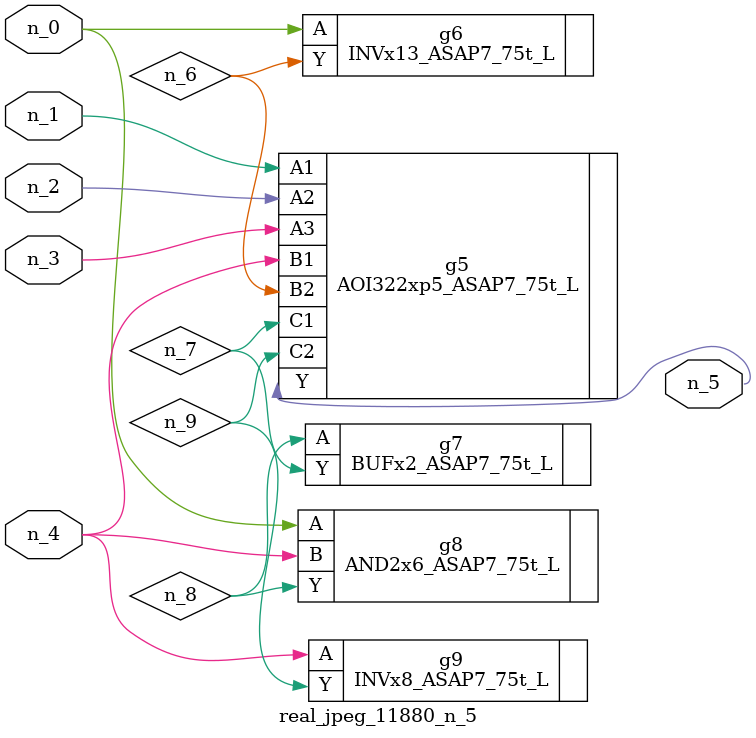
<source format=v>
module real_jpeg_11880_n_5 (n_4, n_0, n_1, n_2, n_3, n_5);

input n_4;
input n_0;
input n_1;
input n_2;
input n_3;

output n_5;

wire n_8;
wire n_6;
wire n_7;
wire n_9;

INVx13_ASAP7_75t_L g6 ( 
.A(n_0),
.Y(n_6)
);

AND2x6_ASAP7_75t_L g8 ( 
.A(n_0),
.B(n_4),
.Y(n_8)
);

AOI322xp5_ASAP7_75t_L g5 ( 
.A1(n_1),
.A2(n_2),
.A3(n_3),
.B1(n_4),
.B2(n_6),
.C1(n_7),
.C2(n_9),
.Y(n_5)
);

INVx8_ASAP7_75t_L g9 ( 
.A(n_4),
.Y(n_9)
);

BUFx2_ASAP7_75t_L g7 ( 
.A(n_8),
.Y(n_7)
);


endmodule
</source>
